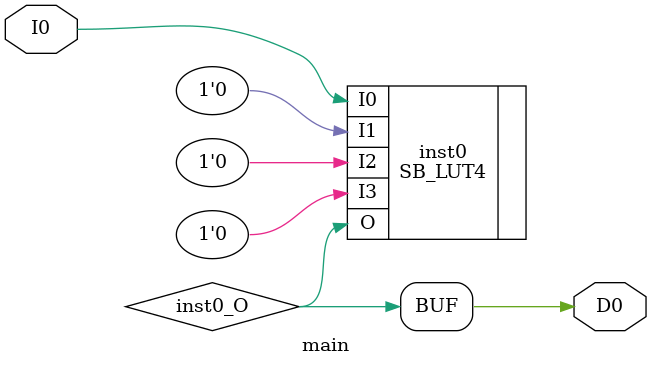
<source format=v>
module main (input  I0, output  D0);
wire  inst0_O;
SB_LUT4 #(.LUT_INIT(16'hAAAA)) inst0 (.I0(I0), .I1(1'b0), .I2(1'b0), .I3(1'b0), .O(inst0_O));
assign D0 = inst0_O;
endmodule


</source>
